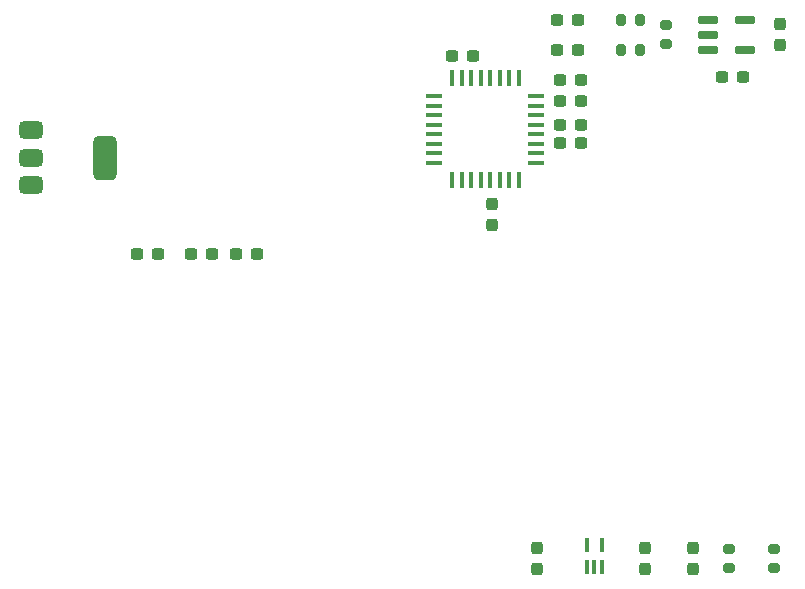
<source format=gbr>
%TF.GenerationSoftware,KiCad,Pcbnew,8.0.1*%
%TF.CreationDate,2024-04-12T18:49:37-04:00*%
%TF.ProjectId,adc_fpga,6164635f-6670-4676-912e-6b696361645f,rev?*%
%TF.SameCoordinates,Original*%
%TF.FileFunction,Paste,Top*%
%TF.FilePolarity,Positive*%
%FSLAX46Y46*%
G04 Gerber Fmt 4.6, Leading zero omitted, Abs format (unit mm)*
G04 Created by KiCad (PCBNEW 8.0.1) date 2024-04-12 18:49:37*
%MOMM*%
%LPD*%
G01*
G04 APERTURE LIST*
G04 Aperture macros list*
%AMRoundRect*
0 Rectangle with rounded corners*
0 $1 Rounding radius*
0 $2 $3 $4 $5 $6 $7 $8 $9 X,Y pos of 4 corners*
0 Add a 4 corners polygon primitive as box body*
4,1,4,$2,$3,$4,$5,$6,$7,$8,$9,$2,$3,0*
0 Add four circle primitives for the rounded corners*
1,1,$1+$1,$2,$3*
1,1,$1+$1,$4,$5*
1,1,$1+$1,$6,$7*
1,1,$1+$1,$8,$9*
0 Add four rect primitives between the rounded corners*
20,1,$1+$1,$2,$3,$4,$5,0*
20,1,$1+$1,$4,$5,$6,$7,0*
20,1,$1+$1,$6,$7,$8,$9,0*
20,1,$1+$1,$8,$9,$2,$3,0*%
G04 Aperture macros list end*
%ADD10RoundRect,0.237500X-0.300000X-0.237500X0.300000X-0.237500X0.300000X0.237500X-0.300000X0.237500X0*%
%ADD11RoundRect,0.237500X-0.237500X0.300000X-0.237500X-0.300000X0.237500X-0.300000X0.237500X0.300000X0*%
%ADD12R,0.330200X1.473200*%
%ADD13R,1.473200X0.330200*%
%ADD14RoundRect,0.200000X0.275000X-0.200000X0.275000X0.200000X-0.275000X0.200000X-0.275000X-0.200000X0*%
%ADD15RoundRect,0.200000X-0.200000X-0.275000X0.200000X-0.275000X0.200000X0.275000X-0.200000X0.275000X0*%
%ADD16RoundRect,0.237500X0.300000X0.237500X-0.300000X0.237500X-0.300000X-0.237500X0.300000X-0.237500X0*%
%ADD17RoundRect,0.190000X0.635000X0.190000X-0.635000X0.190000X-0.635000X-0.190000X0.635000X-0.190000X0*%
%ADD18RoundRect,0.237500X0.237500X-0.300000X0.237500X0.300000X-0.237500X0.300000X-0.237500X-0.300000X0*%
%ADD19RoundRect,0.200000X-0.275000X0.200000X-0.275000X-0.200000X0.275000X-0.200000X0.275000X0.200000X0*%
%ADD20RoundRect,0.375000X-0.625000X-0.375000X0.625000X-0.375000X0.625000X0.375000X-0.625000X0.375000X0*%
%ADD21RoundRect,0.500000X-0.500000X-1.400000X0.500000X-1.400000X0.500000X1.400000X-0.500000X1.400000X0*%
%ADD22RoundRect,0.040000X0.160000X-0.555000X0.160000X0.555000X-0.160000X0.555000X-0.160000X-0.555000X0*%
G04 APERTURE END LIST*
D10*
%TO.C,C20*%
X98197500Y-104140000D03*
X99922500Y-104140000D03*
%TD*%
%TO.C,C14*%
X94387500Y-104140000D03*
X96112500Y-104140000D03*
%TD*%
D11*
%TO.C,C13*%
X119888000Y-99975500D03*
X119888000Y-101700500D03*
%TD*%
D12*
%TO.C,U3*%
X122103799Y-89306400D03*
X121303801Y-89306400D03*
X120503800Y-89306400D03*
X119703799Y-89306400D03*
X118903801Y-89306400D03*
X118103800Y-89306400D03*
X117303801Y-89306400D03*
X116503801Y-89306400D03*
D13*
X114985800Y-90824401D03*
X114985800Y-91624399D03*
X114985800Y-92424400D03*
X114985800Y-93224401D03*
X114985800Y-94024399D03*
X114985800Y-94824400D03*
X114985800Y-95624399D03*
X114985800Y-96424399D03*
D12*
X116503801Y-97942400D03*
X117303799Y-97942400D03*
X118103800Y-97942400D03*
X118903801Y-97942400D03*
X119703799Y-97942400D03*
X120503800Y-97942400D03*
X121303799Y-97942400D03*
X122103799Y-97942400D03*
D13*
X123621800Y-96424399D03*
X123621800Y-95624401D03*
X123621800Y-94824400D03*
X123621800Y-94024399D03*
X123621800Y-93224401D03*
X123621800Y-92424400D03*
X123621800Y-91624401D03*
X123621800Y-90824401D03*
%TD*%
D14*
%TO.C,R5*%
X134620000Y-86423000D03*
X134620000Y-84773000D03*
%TD*%
D15*
%TO.C,R4*%
X130747000Y-84328000D03*
X132397000Y-84328000D03*
%TD*%
%TO.C,R1*%
X130747000Y-86868000D03*
X132397000Y-86868000D03*
%TD*%
D16*
%TO.C,C12*%
X125375500Y-86868000D03*
X127100500Y-86868000D03*
%TD*%
D10*
%TO.C,C10*%
X125375500Y-84328000D03*
X127100500Y-84328000D03*
%TD*%
%TO.C,C9*%
X139345500Y-89154000D03*
X141070500Y-89154000D03*
%TD*%
D16*
%TO.C,C7*%
X125629500Y-93218000D03*
X127354500Y-93218000D03*
%TD*%
%TO.C,C6*%
X127354500Y-89408000D03*
X125629500Y-89408000D03*
%TD*%
%TO.C,C5*%
X125629500Y-91186000D03*
X127354500Y-91186000D03*
%TD*%
%TO.C,C3*%
X127354500Y-94742000D03*
X125629500Y-94742000D03*
%TD*%
D10*
%TO.C,C2*%
X116485500Y-87376000D03*
X118210500Y-87376000D03*
%TD*%
D17*
%TO.C,T1*%
X141290000Y-86871000D03*
X141290000Y-84331000D03*
X138110000Y-84331000D03*
X138110000Y-85601000D03*
X138110000Y-86871000D03*
%TD*%
D11*
%TO.C,C11*%
X144254000Y-86460500D03*
X144254000Y-84735500D03*
%TD*%
D18*
%TO.C,C17*%
X136906000Y-130806500D03*
X136906000Y-129081500D03*
%TD*%
D19*
%TO.C,R3*%
X139954000Y-129119000D03*
X139954000Y-130769000D03*
%TD*%
D10*
%TO.C,C1*%
X91540500Y-104140000D03*
X89815500Y-104140000D03*
%TD*%
D20*
%TO.C,U4*%
X80822000Y-93712000D03*
X80822000Y-96012000D03*
D21*
X87122000Y-96012000D03*
D20*
X80822000Y-98312000D03*
%TD*%
D18*
%TO.C,C18*%
X132842000Y-130806500D03*
X132842000Y-129081500D03*
%TD*%
D22*
%TO.C,U1*%
X127874000Y-130698000D03*
X128524000Y-130698000D03*
X129174000Y-130698000D03*
X129174000Y-128778000D03*
X127874000Y-128778000D03*
%TD*%
D11*
%TO.C,C16*%
X123698000Y-129081500D03*
X123698000Y-130806500D03*
%TD*%
D19*
%TO.C,R2*%
X143764000Y-129119000D03*
X143764000Y-130769000D03*
%TD*%
M02*

</source>
